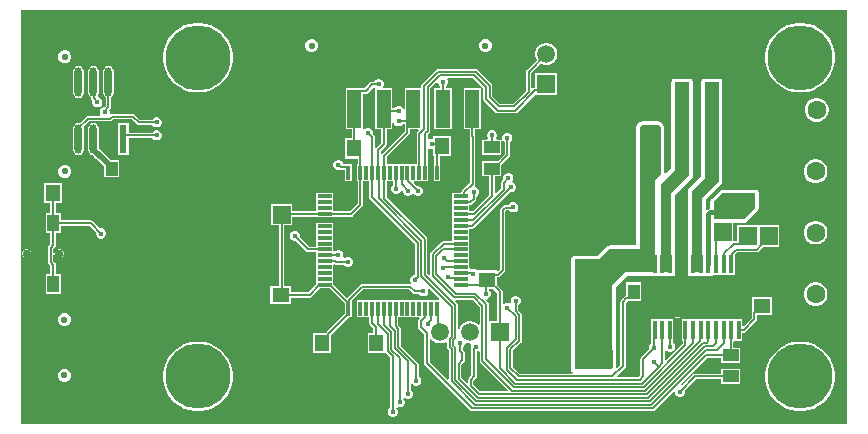
<source format=gbr>
%TF.GenerationSoftware,Altium Limited,Altium Designer,24.2.2 (26)*%
G04 Layer_Physical_Order=2*
G04 Layer_Color=16711680*
%FSLAX45Y45*%
%MOMM*%
%TF.SameCoordinates,E0A11F65-F641-4799-B4C3-4BD4810D80D2*%
%TF.FilePolarity,Positive*%
%TF.FileFunction,Copper,L2,Bot,Signal*%
%TF.Part,Single*%
G01*
G75*
%TA.AperFunction,SMDPad,CuDef*%
%ADD12R,1.35000X1.00000*%
%ADD13R,1.45620X1.30464*%
%ADD17R,3.20000X1.60000*%
%ADD18R,1.20000X3.20000*%
%ADD19R,2.20000X5.60000*%
%ADD25R,1.25000X1.00000*%
%ADD26R,1.20000X1.45000*%
%ADD27R,1.00000X1.25000*%
%TA.AperFunction,ConnectorPad*%
%ADD31R,2.20000X5.60000*%
%ADD32R,1.20000X3.20000*%
%TA.AperFunction,SMDPad,CuDef*%
%ADD34R,1.30464X1.45620*%
%TA.AperFunction,Conductor*%
%ADD36C,0.20000*%
%ADD37C,0.50000*%
%ADD38C,0.38100*%
%TA.AperFunction,ComponentPad*%
%ADD39R,1.50000X1.50000*%
%ADD40C,1.50000*%
%ADD41C,0.55000*%
%ADD42R,1.50000X1.50000*%
%ADD43C,0.75000*%
%ADD44R,1.60000X1.60000*%
%ADD45C,1.60000*%
%TA.AperFunction,ViaPad*%
%ADD46C,0.45000*%
%ADD47C,0.60000*%
%ADD48C,0.50000*%
%ADD49C,5.50000*%
%TA.AperFunction,SMDPad,CuDef*%
%ADD50R,1.05822X1.30606*%
%TA.AperFunction,ConnectorPad*%
%ADD51R,1.00000X1.45000*%
%TA.AperFunction,SMDPad,SMDef*%
%ADD52R,7.80000X3.40000*%
%TA.AperFunction,SMDPad,CuDef*%
%ADD53R,0.30000X1.60000*%
%TA.AperFunction,ConnectorPad*%
%ADD54R,3.20000X1.60000*%
%TA.AperFunction,SMDPad,CuDef*%
%ADD55R,0.62213X2.46916*%
G04:AMPARAMS|DCode=56|XSize=2.46916mm|YSize=0.62213mm|CornerRadius=0.31107mm|HoleSize=0mm|Usage=FLASHONLY|Rotation=90.000|XOffset=0mm|YOffset=0mm|HoleType=Round|Shape=RoundedRectangle|*
%AMROUNDEDRECTD56*
21,1,2.46916,0.00000,0,0,90.0*
21,1,1.84702,0.62213,0,0,90.0*
1,1,0.62213,0.00000,0.92351*
1,1,0.62213,0.00000,-0.92351*
1,1,0.62213,0.00000,-0.92351*
1,1,0.62213,0.00000,0.92351*
%
%ADD56ROUNDEDRECTD56*%
%ADD57R,1.55000X1.50000*%
%ADD58R,0.30000X1.20000*%
%ADD59R,1.20000X0.30000*%
%ADD60R,1.50464X1.55620*%
G36*
X9550000Y9200000D02*
X2550000D01*
Y12700000D01*
X9550000D01*
Y9200000D01*
D02*
G37*
%LPC*%
G36*
X6495940Y12455000D02*
X6474060D01*
X6453845Y12446627D01*
X6438373Y12431155D01*
X6430000Y12410940D01*
Y12389060D01*
X6438373Y12368845D01*
X6453845Y12353374D01*
X6474060Y12345000D01*
X6495940D01*
X6516155Y12353374D01*
X6531627Y12368845D01*
X6540000Y12389060D01*
Y12410940D01*
X6531627Y12431155D01*
X6516155Y12446627D01*
X6495940Y12455000D01*
D02*
G37*
G36*
X5025940D02*
X5004060D01*
X4983845Y12446627D01*
X4968373Y12431155D01*
X4960000Y12410940D01*
Y12389060D01*
X4968373Y12368845D01*
X4983845Y12353374D01*
X5004060Y12345000D01*
X5025940D01*
X5046155Y12353374D01*
X5061626Y12368845D01*
X5070000Y12389060D01*
Y12410940D01*
X5061626Y12431155D01*
X5046155Y12446627D01*
X5025940Y12455000D01*
D02*
G37*
G36*
X2935940Y12360000D02*
X2914060D01*
X2893845Y12351627D01*
X2878373Y12336155D01*
X2870000Y12315940D01*
Y12294060D01*
X2878373Y12273845D01*
X2893845Y12258374D01*
X2914060Y12250000D01*
X2935940D01*
X2956155Y12258374D01*
X2971627Y12273845D01*
X2980000Y12294060D01*
Y12315940D01*
X2971627Y12336155D01*
X2956155Y12351627D01*
X2935940Y12360000D01*
D02*
G37*
G36*
X7012506Y12425000D02*
X6987493D01*
X6963331Y12418526D01*
X6941668Y12406019D01*
X6923981Y12388331D01*
X6911474Y12366668D01*
X6905000Y12342507D01*
Y12317493D01*
X6911474Y12293332D01*
X6918475Y12281206D01*
X6835088Y12197819D01*
X6830070Y12190311D01*
X6828309Y12181453D01*
Y12018615D01*
X6718195Y11908500D01*
X6606657D01*
X6543145Y11972013D01*
Y12062426D01*
X6541383Y12071283D01*
X6536366Y12078792D01*
X6418792Y12196366D01*
X6411284Y12201383D01*
X6402426Y12203145D01*
X6084595D01*
X6075738Y12201383D01*
X6068230Y12196366D01*
X5948634Y12076770D01*
X5943617Y12069262D01*
X5941855Y12060405D01*
Y12037700D01*
X5802300D01*
Y11866539D01*
X5789600Y11864013D01*
X5786418Y11871694D01*
X5774463Y11883649D01*
X5758842Y11890119D01*
X5741935D01*
X5726315Y11883649D01*
X5714359Y11871694D01*
X5713974Y11870764D01*
X5697700D01*
Y12037700D01*
X5621497D01*
X5616682Y12050400D01*
X5622500Y12064447D01*
Y12081354D01*
X5616030Y12096975D01*
X5604074Y12108930D01*
X5588454Y12115400D01*
X5571546D01*
X5555926Y12108930D01*
X5543970Y12096975D01*
X5543350Y12095477D01*
X5527500D01*
X5518643Y12093716D01*
X5511134Y12088698D01*
X5460581Y12038145D01*
X5425000D01*
X5422763Y12037700D01*
X5302300D01*
Y11692300D01*
X5351855D01*
Y11615510D01*
X5292647D01*
Y11444490D01*
X5401855D01*
Y11397700D01*
X5397300D01*
Y11252300D01*
X5401855D01*
Y11064587D01*
X5335413Y10998145D01*
X5197700D01*
Y11047300D01*
Y11152700D01*
X5052300D01*
Y11097300D01*
Y10998145D01*
X4850200D01*
Y11057700D01*
X4669800D01*
Y10882300D01*
X4736855D01*
Y10368510D01*
X4664490D01*
Y10212646D01*
X4835510D01*
Y10267433D01*
X4995578D01*
X5004435Y10269195D01*
X5011944Y10274212D01*
X5085031Y10347300D01*
X5164969D01*
X5297300Y10214969D01*
Y10135031D01*
X5139444Y9977175D01*
X5134427Y9969667D01*
X5133600Y9965510D01*
X5022647D01*
Y9794490D01*
X5178510D01*
Y9932996D01*
X5178955Y9935232D01*
Y9951223D01*
X5330032Y10102300D01*
X5352700D01*
Y10200264D01*
X5353145Y10202500D01*
Y10237840D01*
X5452161Y10336855D01*
X5840413D01*
X5873634Y10303634D01*
X5881143Y10298617D01*
X5890000Y10296855D01*
X5923585D01*
X5923970Y10295926D01*
X5935926Y10283970D01*
X5951546Y10277500D01*
X5968454D01*
X5984074Y10283970D01*
X5996030Y10295926D01*
X6002500Y10311546D01*
Y10328454D01*
X5998308Y10338574D01*
X6009074Y10345768D01*
X6094442Y10260400D01*
X6089182Y10247700D01*
X5397300D01*
Y10102300D01*
X5501855D01*
Y10053750D01*
X5503617Y10044893D01*
X5508634Y10037384D01*
X5536855Y10009163D01*
Y9965200D01*
X5487300D01*
Y9794800D01*
X5632699D01*
X5632700Y9794800D01*
Y9794800D01*
X5645338Y9794651D01*
X5676855Y9763134D01*
Y9336415D01*
X5675926Y9336030D01*
X5663970Y9324074D01*
X5657500Y9308454D01*
Y9291546D01*
X5663970Y9275926D01*
X5675926Y9263970D01*
X5691546Y9257500D01*
X5708454D01*
X5724074Y9263970D01*
X5736030Y9275926D01*
X5742500Y9291546D01*
Y9308454D01*
X5736030Y9324074D01*
X5731570Y9328534D01*
X5732212Y9331762D01*
X5746701Y9339507D01*
X5751546Y9337500D01*
X5768454D01*
X5784074Y9343970D01*
X5796030Y9355926D01*
X5802500Y9371546D01*
Y9388453D01*
X5796030Y9404074D01*
X5790446Y9409658D01*
X5790294Y9410205D01*
X5790624Y9411311D01*
X5804958Y9414938D01*
X5805926Y9413970D01*
X5821546Y9407500D01*
X5838454D01*
X5854074Y9413970D01*
X5866030Y9425926D01*
X5872500Y9441546D01*
Y9458454D01*
X5866030Y9474074D01*
X5854074Y9486030D01*
X5853145Y9486415D01*
Y9535108D01*
X5856978Y9537150D01*
X5865845Y9539001D01*
X5875926Y9528920D01*
X5891546Y9522450D01*
X5908454D01*
X5924074Y9528920D01*
X5936030Y9540876D01*
X5942500Y9556496D01*
Y9573404D01*
X5936030Y9589024D01*
X5924074Y9600980D01*
X5923145Y9601365D01*
Y9700000D01*
X5921383Y9708857D01*
X5916366Y9716366D01*
X5771445Y9861287D01*
Y10000155D01*
X5769683Y10009012D01*
X5764666Y10016520D01*
X5748145Y10033041D01*
Y10102300D01*
X5923217D01*
X5928077Y10090567D01*
X5920943Y10083432D01*
X5915926Y10075924D01*
X5914164Y10067067D01*
Y10019101D01*
X5915926Y10010244D01*
X5920943Y10002735D01*
X5965510Y9958168D01*
Y9711346D01*
X5967272Y9702488D01*
X5972289Y9694980D01*
X6353634Y9313634D01*
X6361143Y9308617D01*
X6370000Y9306855D01*
X7902573D01*
X7911430Y9308617D01*
X7918939Y9313634D01*
X8074800Y9469495D01*
X8087500Y9464235D01*
Y9461546D01*
X8093970Y9445926D01*
X8105926Y9433970D01*
X8121546Y9427500D01*
X8138454D01*
X8154074Y9433970D01*
X8166030Y9445926D01*
X8172500Y9461546D01*
Y9478454D01*
X8172115Y9479383D01*
X8269587Y9576855D01*
X8479800D01*
Y9537300D01*
X8640200D01*
Y9662700D01*
X8479800D01*
Y9623145D01*
X8260000D01*
X8251143Y9621383D01*
X8243634Y9616366D01*
X8146658Y9519390D01*
X8143319Y9520054D01*
X8139139Y9533834D01*
X8362160Y9756855D01*
X8479800D01*
Y9717300D01*
X8640200D01*
Y9842700D01*
X8583145D01*
Y9893320D01*
X8592125Y9902300D01*
X8604800D01*
X8607900Y9902300D01*
X8660200D01*
Y9966855D01*
X8670000D01*
X8678857Y9968617D01*
X8686366Y9973634D01*
X8778556Y10065824D01*
X8783573Y10073333D01*
X8785334Y10082190D01*
Y10116490D01*
X8910510D01*
Y10272354D01*
X8739490D01*
Y10141427D01*
X8739045Y10139190D01*
Y10091777D01*
X8672900Y10025632D01*
X8660200Y10030892D01*
Y10087700D01*
X8607900D01*
X8604800Y10087700D01*
X8595200D01*
X8592100Y10087700D01*
X8542900D01*
X8539801Y10087700D01*
Y10087700D01*
X8530199D01*
Y10087700D01*
X8474800D01*
Y10087700D01*
X8465199D01*
Y10087700D01*
X8409801D01*
Y10087700D01*
X8400199D01*
Y10087700D01*
X8344800D01*
Y10087700D01*
X8335199D01*
Y10087700D01*
X8282900D01*
X8279801Y10087700D01*
Y10087700D01*
X8270199D01*
Y10087700D01*
X8214800D01*
Y10087700D01*
X8205199D01*
Y10087700D01*
X8149800D01*
Y9902300D01*
X8154355D01*
Y9871939D01*
X8017378Y9734962D01*
X8005645Y9739822D01*
Y9816291D01*
X8018345Y9821552D01*
X8025926Y9813970D01*
X8041546Y9807500D01*
X8058454D01*
X8074074Y9813970D01*
X8086030Y9825926D01*
X8092500Y9841546D01*
Y9858454D01*
X8086030Y9874074D01*
X8074074Y9886030D01*
X8071895Y9886932D01*
Y9902300D01*
X8075200D01*
Y10087700D01*
X8022900D01*
X8019800Y10087700D01*
X8010200D01*
X8007100Y10087700D01*
X7954800D01*
Y10087700D01*
X7945200D01*
Y10087700D01*
X7889800D01*
Y9902300D01*
X7890605D01*
Y9877968D01*
X7885926Y9876030D01*
X7873970Y9864074D01*
X7867500Y9848454D01*
Y9831546D01*
X7867885Y9830617D01*
X7803634Y9766366D01*
X7798617Y9758857D01*
X7796855Y9750000D01*
Y9609587D01*
X7780413Y9593144D01*
X7602469D01*
X7597609Y9604877D01*
X7666366Y9673634D01*
X7671383Y9681143D01*
X7673145Y9690000D01*
Y10223445D01*
X7688860Y10239161D01*
X7697089D01*
X7699326Y10239606D01*
X7805611D01*
Y10395611D01*
X7674389D01*
Y10284479D01*
X7670416Y10283688D01*
X7662908Y10278671D01*
X7633634Y10249398D01*
X7628617Y10241889D01*
X7626855Y10233032D01*
Y9699587D01*
X7602321Y9675053D01*
X7590588Y9679913D01*
Y10357330D01*
X7682670Y10449412D01*
X7920000D01*
X7920944Y10449600D01*
X7969056D01*
X7970000Y10449412D01*
X8060000D01*
X8060943Y10449600D01*
X8087900D01*
Y10467757D01*
X8088259Y10468295D01*
X8090588Y10480000D01*
Y11137330D01*
X8231629Y11278371D01*
X8238259Y11288295D01*
X8240588Y11300000D01*
X8240588Y11300002D01*
Y12090000D01*
X8238259Y12101705D01*
X8235400Y12105985D01*
Y12115400D01*
X8225985D01*
X8221705Y12118259D01*
X8210000Y12120588D01*
X8090000D01*
X8078295Y12118259D01*
X8074015Y12115400D01*
X8064600D01*
Y12105985D01*
X8061741Y12101705D01*
X8059412Y12090000D01*
Y11362670D01*
X8013288Y11316545D01*
X8000588Y11321806D01*
X8000588Y11470000D01*
Y11710000D01*
X7998259Y11721705D01*
X7991629Y11731629D01*
X7971629Y11751629D01*
X7961705Y11758259D01*
X7950000Y11760588D01*
X7949999Y11760588D01*
X7810000D01*
X7798295Y11758259D01*
X7788371Y11751629D01*
X7768371Y11731629D01*
X7761741Y11721705D01*
X7759412Y11710000D01*
X7759412Y11709999D01*
Y10710588D01*
X7540001D01*
X7540000Y10710588D01*
X7528295Y10708259D01*
X7518371Y10701629D01*
X7518371Y10701628D01*
X7437330Y10620588D01*
X7240000D01*
X7228295Y10618259D01*
X7218371Y10611629D01*
X7211741Y10601705D01*
X7209412Y10590000D01*
Y9660000D01*
X7211741Y9648295D01*
X7218371Y9638371D01*
X7222152Y9635845D01*
X7218300Y9623145D01*
X6777160D01*
X6720216Y9680089D01*
Y9819911D01*
X6786366Y9886061D01*
X6791383Y9893569D01*
X6793145Y9902426D01*
Y10122426D01*
X6791383Y10131284D01*
X6786366Y10138792D01*
X6763145Y10162013D01*
Y10203585D01*
X6764074Y10203970D01*
X6776030Y10215926D01*
X6782500Y10231546D01*
Y10248454D01*
X6776030Y10264074D01*
X6764074Y10276030D01*
X6748454Y10282500D01*
X6731546D01*
X6715926Y10276030D01*
X6703970Y10264074D01*
X6697500Y10248454D01*
Y10231546D01*
X6699161Y10227536D01*
X6689375Y10217976D01*
X6678454Y10222500D01*
X6661546D01*
X6645926Y10216030D01*
X6643845Y10213948D01*
X6631145Y10219209D01*
Y10319000D01*
X6629383Y10327857D01*
X6624366Y10335365D01*
X6585509Y10374222D01*
Y10437949D01*
X6591094D01*
X6599951Y10439711D01*
X6607459Y10444728D01*
X6646366Y10483634D01*
X6651383Y10491143D01*
X6653145Y10500000D01*
Y11000413D01*
X6659587Y11006855D01*
X6684924D01*
X6696867Y10994912D01*
X6712488Y10988442D01*
X6729395D01*
X6745015Y10994912D01*
X6756971Y11006867D01*
X6763441Y11022488D01*
Y11039395D01*
X6756971Y11055015D01*
X6745015Y11066971D01*
X6729395Y11073441D01*
X6712488D01*
X6696867Y11066971D01*
X6684912Y11055015D01*
X6684137Y11053145D01*
X6650000D01*
X6641143Y11051383D01*
X6633634Y11046366D01*
X6613634Y11026366D01*
X6608617Y11018857D01*
X6606855Y11010000D01*
Y10509587D01*
X6591953Y10494685D01*
X6585509Y10497354D01*
Y10497354D01*
X6414490D01*
X6414490Y10497354D01*
Y10497354D01*
X6405026Y10504367D01*
X6403363Y10506030D01*
X6387743Y10512500D01*
X6370836D01*
X6360400Y10508177D01*
X6347700Y10515108D01*
Y10647300D01*
Y10747300D01*
Y10851855D01*
X6375000D01*
X6383857Y10853617D01*
X6391366Y10858634D01*
X6690617Y11157885D01*
X6691546Y11157500D01*
X6708454D01*
X6724074Y11163970D01*
X6736030Y11175926D01*
X6742500Y11191546D01*
Y11208454D01*
X6736030Y11224074D01*
X6724074Y11236030D01*
X6717017Y11238953D01*
X6714037Y11253934D01*
X6716030Y11255926D01*
X6722500Y11271546D01*
Y11288454D01*
X6716030Y11304074D01*
X6704074Y11316030D01*
X6688454Y11322500D01*
X6671546D01*
X6655926Y11316030D01*
X6643970Y11304074D01*
X6637500Y11288454D01*
Y11271546D01*
X6637885Y11270617D01*
X6623634Y11256366D01*
X6618617Y11248857D01*
X6616855Y11240000D01*
Y11192013D01*
X6574878Y11150036D01*
X6563145Y11154896D01*
Y11297300D01*
X6620200D01*
Y11389969D01*
X6686366Y11456134D01*
X6691383Y11463643D01*
X6693145Y11472500D01*
Y11583585D01*
X6694074Y11583970D01*
X6706030Y11595926D01*
X6712500Y11611546D01*
Y11628454D01*
X6706030Y11644074D01*
X6694074Y11656030D01*
X6678454Y11662500D01*
X6661546D01*
X6645926Y11656030D01*
X6633970Y11644074D01*
X6627500Y11628454D01*
Y11612376D01*
X6625733Y11610034D01*
X6625648Y11609922D01*
X6617418Y11602700D01*
X6610282Y11602700D01*
X6580764D01*
X6575503Y11615400D01*
X6576030Y11615926D01*
X6582500Y11631546D01*
Y11648454D01*
X6576030Y11664074D01*
X6564074Y11676030D01*
X6548454Y11682500D01*
X6531546D01*
X6515926Y11676030D01*
X6503970Y11664074D01*
X6497500Y11648454D01*
Y11631546D01*
X6503970Y11615926D01*
X6504497Y11615400D01*
X6499236Y11602700D01*
X6459800D01*
Y11477300D01*
X6620200D01*
Y11591152D01*
X6620200Y11591253D01*
X6620200Y11591253D01*
X6620200Y11595984D01*
X6631606Y11598253D01*
X6639946Y11589950D01*
X6645926Y11583970D01*
X6646855Y11583585D01*
Y11482087D01*
X6587468Y11422700D01*
X6459800D01*
Y11297300D01*
X6516855D01*
Y11134439D01*
X6380561Y10998145D01*
X6347700D01*
Y11051855D01*
X6353713D01*
X6362570Y11053617D01*
X6370079Y11058634D01*
X6400741Y11089297D01*
X6405759Y11096805D01*
X6407520Y11105662D01*
Y11122000D01*
X6413233Y11124366D01*
X6425189Y11136321D01*
X6431659Y11151942D01*
Y11168849D01*
X6425189Y11184470D01*
X6413233Y11196425D01*
X6399632Y11202059D01*
X6397209Y11205472D01*
X6396326Y11207685D01*
X6394201Y11215595D01*
X6397193Y11220072D01*
X6398955Y11228930D01*
Y11635236D01*
X6398145Y11639309D01*
Y11692300D01*
X6447700D01*
Y12037700D01*
X6302300D01*
Y11692300D01*
X6351855D01*
Y11636046D01*
X6352665Y11631974D01*
Y11238516D01*
X6288799Y11174650D01*
X6283781Y11167141D01*
X6282020Y11158284D01*
Y11152700D01*
X6202300D01*
Y11047300D01*
Y10947300D01*
Y10847300D01*
Y10748145D01*
X6130691D01*
X6121834Y10746383D01*
X6114325Y10741366D01*
X6022834Y10649875D01*
X6017817Y10642366D01*
X6016055Y10633509D01*
Y10464637D01*
X6003355Y10459376D01*
X5993145Y10469587D01*
Y10760000D01*
X5991383Y10768857D01*
X5986366Y10776366D01*
X5648145Y11114586D01*
Y11252300D01*
X5704355D01*
Y11224459D01*
X5693970Y11214074D01*
X5687500Y11198454D01*
Y11181546D01*
X5693970Y11165926D01*
X5705926Y11153970D01*
X5721546Y11147500D01*
X5738454D01*
X5754074Y11153970D01*
X5766030Y11165926D01*
X5768648Y11172248D01*
X5783397Y11176672D01*
X5788442Y11172904D01*
Y11162488D01*
X5794912Y11146867D01*
X5806867Y11134912D01*
X5822488Y11128442D01*
X5839395D01*
X5855015Y11134912D01*
X5861925Y11141821D01*
X5871099Y11144947D01*
X5878297Y11141600D01*
X5885926Y11133970D01*
X5901546Y11127500D01*
X5918454D01*
X5934074Y11133970D01*
X5946030Y11145926D01*
X5952500Y11161546D01*
Y11178454D01*
X5946030Y11194074D01*
X5934074Y11206030D01*
X5918454Y11212500D01*
X5903998D01*
X5876897Y11239600D01*
X5882158Y11252300D01*
X6002700D01*
Y11397700D01*
X5995245D01*
Y11528058D01*
X6007945Y11533134D01*
X6021546Y11527500D01*
X6038453D01*
X6041490Y11525471D01*
Y11464490D01*
X6051855D01*
Y11397700D01*
X6047300D01*
Y11252300D01*
X6102700D01*
Y11397700D01*
X6098145D01*
Y11464490D01*
X6197354D01*
Y11635510D01*
X6041490D01*
Y11614529D01*
X6038453Y11612500D01*
X6021546D01*
X6007945Y11606866D01*
X5995245Y11611942D01*
Y11647661D01*
X6011366Y11663782D01*
X6016383Y11671290D01*
X6018145Y11680148D01*
Y12038392D01*
X6069390Y12089637D01*
X6082090Y12084376D01*
Y12083646D01*
X6088560Y12068026D01*
X6100516Y12056070D01*
X6101445Y12055685D01*
Y12037700D01*
X6052300D01*
Y11692300D01*
X6197700D01*
Y12037700D01*
X6147734D01*
Y12055685D01*
X6148664Y12056070D01*
X6160619Y12068026D01*
X6167090Y12083646D01*
Y12100554D01*
X6161456Y12114155D01*
X6166532Y12126855D01*
X6380413D01*
X6466855Y12040414D01*
Y11950000D01*
X6468617Y11941143D01*
X6473634Y11933635D01*
X6573634Y11833634D01*
X6581143Y11828617D01*
X6590000Y11826855D01*
X6734852D01*
X6743709Y11828617D01*
X6751218Y11833634D01*
X6893952Y11976368D01*
X6905000Y11981000D01*
Y11981000D01*
X6905000Y11981000D01*
X7094999D01*
Y12171000D01*
X6905000D01*
Y12044667D01*
X6897859Y12043247D01*
X6890350Y12038229D01*
X6886331Y12034211D01*
X6874598Y12039071D01*
Y12171867D01*
X6951206Y12248475D01*
X6963331Y12241474D01*
X6987493Y12235000D01*
X7012506D01*
X7036668Y12241474D01*
X7058331Y12253981D01*
X7076018Y12271669D01*
X7088525Y12293332D01*
X7094999Y12317493D01*
Y12342507D01*
X7088525Y12366668D01*
X7076018Y12388331D01*
X7058331Y12406019D01*
X7036668Y12418526D01*
X7012506Y12425000D01*
D02*
G37*
G36*
X4073217Y12595000D02*
X4026783D01*
X3980921Y12587736D01*
X3936759Y12573387D01*
X3895386Y12552307D01*
X3857821Y12525013D01*
X3824987Y12492179D01*
X3797693Y12454614D01*
X3776613Y12413241D01*
X3762264Y12369079D01*
X3755000Y12323217D01*
Y12276783D01*
X3762264Y12230921D01*
X3776613Y12186759D01*
X3797693Y12145386D01*
X3824987Y12107821D01*
X3857821Y12074987D01*
X3895386Y12047693D01*
X3936759Y12026613D01*
X3980921Y12012264D01*
X4026783Y12005000D01*
X4073217D01*
X4119079Y12012264D01*
X4163241Y12026613D01*
X4204614Y12047693D01*
X4242179Y12074987D01*
X4275013Y12107821D01*
X4302307Y12145386D01*
X4323387Y12186759D01*
X4337736Y12230921D01*
X4345000Y12276783D01*
Y12323217D01*
X4337736Y12369079D01*
X4323387Y12413241D01*
X4302307Y12454614D01*
X4275013Y12492179D01*
X4242179Y12525013D01*
X4204614Y12552307D01*
X4163241Y12573387D01*
X4119079Y12587736D01*
X4073217Y12595000D01*
D02*
G37*
G36*
X9173217Y12595000D02*
X9126783D01*
X9080921Y12587736D01*
X9036759Y12573387D01*
X8995386Y12552306D01*
X8957821Y12525013D01*
X8924987Y12492179D01*
X8897693Y12454613D01*
X8876613Y12413240D01*
X8862264Y12369079D01*
X8855000Y12323217D01*
Y12276783D01*
X8862264Y12230920D01*
X8876613Y12186759D01*
X8897693Y12145386D01*
X8924987Y12107820D01*
X8957821Y12074987D01*
X8995386Y12047693D01*
X9036759Y12026613D01*
X9080921Y12012264D01*
X9126783Y12005000D01*
X9173217D01*
X9219079Y12012264D01*
X9263241Y12026613D01*
X9304614Y12047693D01*
X9342179Y12074987D01*
X9375013Y12107820D01*
X9402307Y12145386D01*
X9423387Y12186759D01*
X9437736Y12230920D01*
X9445000Y12276783D01*
Y12323217D01*
X9437736Y12369079D01*
X9423387Y12413240D01*
X9402307Y12454613D01*
X9375013Y12492179D01*
X9342179Y12525013D01*
X9304614Y12552306D01*
X9263241Y12573387D01*
X9219079Y12587736D01*
X9173217Y12595000D01*
D02*
G37*
G36*
X3039500Y12228376D02*
X3022407Y12224976D01*
X3007917Y12215294D01*
X2998235Y12200803D01*
X2994835Y12183711D01*
Y11999009D01*
X2998235Y11981916D01*
X3007917Y11967426D01*
X3022407Y11957744D01*
X3039500Y11954344D01*
X3056592Y11957744D01*
X3071083Y11967426D01*
X3080765Y11981916D01*
X3084165Y11999009D01*
Y12183711D01*
X3080765Y12200803D01*
X3071083Y12215294D01*
X3056592Y12224976D01*
X3039500Y12228376D01*
D02*
G37*
G36*
X3166500D02*
X3149407Y12224976D01*
X3134917Y12215294D01*
X3125235Y12200803D01*
X3121835Y12183711D01*
Y11999009D01*
X3125235Y11981916D01*
X3134917Y11967426D01*
X3143810Y11961484D01*
Y11953045D01*
X3145572Y11944188D01*
X3150589Y11936680D01*
X3157885Y11929383D01*
X3157500Y11928454D01*
Y11911546D01*
X3163970Y11895926D01*
X3175926Y11883970D01*
X3191546Y11877500D01*
X3208454D01*
X3224074Y11883970D01*
X3236030Y11895926D01*
X3242500Y11911546D01*
Y11928454D01*
X3236030Y11944074D01*
X3224074Y11956030D01*
X3209716Y11961977D01*
X3207899Y11963862D01*
X3203277Y11975200D01*
X3207765Y11981916D01*
X3211165Y11999009D01*
Y12183711D01*
X3207765Y12200803D01*
X3198083Y12215294D01*
X3183592Y12224976D01*
X3166500Y12228376D01*
D02*
G37*
G36*
X9303165Y11957000D02*
X9276835D01*
X9251402Y11950185D01*
X9228599Y11937020D01*
X9209980Y11918401D01*
X9196815Y11895598D01*
X9190000Y11870165D01*
Y11843835D01*
X9196815Y11818402D01*
X9209980Y11795599D01*
X9228599Y11776980D01*
X9251402Y11763815D01*
X9276835Y11757000D01*
X9303165D01*
X9328598Y11763815D01*
X9351401Y11776980D01*
X9370020Y11795599D01*
X9383185Y11818402D01*
X9390000Y11843835D01*
Y11870165D01*
X9383185Y11895598D01*
X9370020Y11918401D01*
X9351401Y11937020D01*
X9328598Y11950185D01*
X9303165Y11957000D01*
D02*
G37*
G36*
X3293500Y12228376D02*
X3276407Y12224976D01*
X3261917Y12215294D01*
X3252235Y12200803D01*
X3248835Y12183711D01*
Y11999009D01*
X3252235Y11981916D01*
X3261917Y11967426D01*
X3270355Y11961788D01*
Y11889852D01*
X3263003Y11882500D01*
X3251546D01*
X3235926Y11876030D01*
X3223970Y11864074D01*
X3217500Y11848454D01*
Y11831546D01*
X3223134Y11817945D01*
X3218058Y11805245D01*
X3120608D01*
X3111751Y11803483D01*
X3104243Y11798466D01*
X3049453Y11743676D01*
X3039500Y11745656D01*
X3022407Y11742256D01*
X3007917Y11732574D01*
X2998235Y11718083D01*
X2994835Y11700991D01*
Y11516289D01*
X2998235Y11499196D01*
X3007917Y11484706D01*
X3022407Y11475024D01*
X3039500Y11471624D01*
X3056592Y11475024D01*
X3071083Y11484706D01*
X3080765Y11499196D01*
X3084165Y11516289D01*
Y11700991D01*
X3082185Y11710945D01*
X3130195Y11758955D01*
X3307066D01*
X3315923Y11760717D01*
X3323432Y11765734D01*
X3334553Y11776855D01*
X3490413D01*
X3533634Y11733634D01*
X3541143Y11728617D01*
X3550000Y11726855D01*
X3663585D01*
X3663970Y11725926D01*
X3675926Y11713970D01*
X3691546Y11707500D01*
X3708454D01*
X3724074Y11713970D01*
X3736030Y11725926D01*
X3742500Y11741546D01*
Y11758454D01*
X3736030Y11774074D01*
X3724074Y11786030D01*
X3708454Y11792500D01*
X3691546D01*
X3675926Y11786030D01*
X3663970Y11774074D01*
X3663585Y11773145D01*
X3559587D01*
X3516366Y11816366D01*
X3508857Y11821383D01*
X3500000Y11823145D01*
X3324966D01*
X3316109Y11821383D01*
X3310478Y11817621D01*
X3304868Y11820329D01*
X3299996Y11825502D01*
X3302500Y11831546D01*
Y11848454D01*
X3300133Y11854167D01*
X3309866Y11863899D01*
X3314883Y11871408D01*
X3316645Y11880265D01*
Y11961788D01*
X3325083Y11967426D01*
X3334765Y11981916D01*
X3338165Y11999009D01*
Y12183711D01*
X3334765Y12200803D01*
X3325083Y12215294D01*
X3310592Y12224976D01*
X3293500Y12228376D01*
D02*
G37*
G36*
X3464307Y11744798D02*
X3376693D01*
Y11472482D01*
X3464307D01*
Y11616855D01*
X3663585D01*
X3663970Y11615926D01*
X3675926Y11603970D01*
X3691546Y11597500D01*
X3708454D01*
X3724074Y11603970D01*
X3736030Y11615926D01*
X3742500Y11631546D01*
Y11648454D01*
X3736030Y11664074D01*
X3724074Y11676030D01*
X3708454Y11682500D01*
X3691546D01*
X3675926Y11676030D01*
X3663970Y11664074D01*
X3663585Y11663145D01*
X3464307D01*
Y11744798D01*
D02*
G37*
G36*
X3166500Y11745656D02*
X3149407Y11742256D01*
X3134917Y11732574D01*
X3125235Y11718083D01*
X3121835Y11700991D01*
Y11516289D01*
X3125235Y11499196D01*
X3134917Y11484706D01*
X3149407Y11475024D01*
X3158522Y11473211D01*
X3172671Y11459061D01*
X3173970Y11455926D01*
X3185926Y11443970D01*
X3199995Y11438143D01*
X3257298Y11380839D01*
Y11284800D01*
X3382698D01*
Y11435200D01*
X3311658D01*
X3248324Y11498534D01*
X3246030Y11504074D01*
X3234074Y11516030D01*
X3223556Y11520386D01*
X3219873Y11522847D01*
X3217044Y11523410D01*
X3211165Y11529289D01*
Y11700991D01*
X3207765Y11718083D01*
X3198083Y11732574D01*
X3183592Y11742256D01*
X3166500Y11745656D01*
D02*
G37*
G36*
X2935940Y11390000D02*
X2914060D01*
X2893845Y11381626D01*
X2878373Y11366155D01*
X2870000Y11345940D01*
Y11324060D01*
X2878373Y11303845D01*
X2893845Y11288373D01*
X2914060Y11280000D01*
X2935940D01*
X2956155Y11288373D01*
X2971627Y11303845D01*
X2980000Y11324060D01*
Y11345940D01*
X2971627Y11366155D01*
X2956155Y11381626D01*
X2935940Y11390000D01*
D02*
G37*
G36*
X5248454Y11432500D02*
X5231546D01*
X5215926Y11426030D01*
X5203970Y11414074D01*
X5197500Y11398454D01*
Y11381546D01*
X5203970Y11365926D01*
X5215926Y11353970D01*
X5231546Y11347500D01*
X5248454D01*
X5259875Y11352231D01*
X5261765Y11351855D01*
X5297300D01*
Y11252300D01*
X5352700D01*
Y11397700D01*
X5322238D01*
X5320000Y11398145D01*
X5282500D01*
Y11398454D01*
X5276030Y11414074D01*
X5264074Y11426030D01*
X5248454Y11432500D01*
D02*
G37*
G36*
X9293165Y11437000D02*
X9266834D01*
X9241401Y11430185D01*
X9218599Y11417020D01*
X9199980Y11398401D01*
X9186815Y11375598D01*
X9180000Y11350165D01*
Y11323835D01*
X9186815Y11298402D01*
X9199980Y11275599D01*
X9218599Y11256980D01*
X9241401Y11243815D01*
X9266834Y11237000D01*
X9293165D01*
X9318598Y11243815D01*
X9341401Y11256980D01*
X9360019Y11275599D01*
X9373185Y11298402D01*
X9380000Y11323835D01*
Y11350165D01*
X9373185Y11375598D01*
X9360019Y11398401D01*
X9341401Y11417020D01*
X9318598Y11430185D01*
X9293165Y11437000D01*
D02*
G37*
G36*
X2901710Y11236110D02*
X2745846D01*
Y11065090D01*
X2801855D01*
Y10982700D01*
X2762300D01*
Y10812300D01*
X2801855D01*
Y10721186D01*
X2788234Y10707565D01*
X2783217Y10700057D01*
X2781455Y10691199D01*
Y10567798D01*
X2783217Y10558941D01*
X2788234Y10551433D01*
X2801855Y10537811D01*
Y10467700D01*
X2762300D01*
Y10297300D01*
X2887700D01*
Y10467700D01*
X2848145D01*
Y10547398D01*
X2846383Y10556255D01*
X2841366Y10563764D01*
X2827745Y10577385D01*
Y10631467D01*
X2840000Y10632541D01*
X2845709Y10618758D01*
X2856258Y10608209D01*
X2870041Y10602500D01*
X2884959D01*
X2898742Y10608209D01*
X2909291Y10618758D01*
X2915000Y10632541D01*
Y10647459D01*
X2909291Y10661242D01*
X2898742Y10671791D01*
X2884959Y10677500D01*
X2870041D01*
X2856258Y10671791D01*
X2845709Y10661242D01*
X2840000Y10647460D01*
X2827745Y10648533D01*
Y10681613D01*
X2841366Y10695234D01*
X2846383Y10702742D01*
X2848145Y10711599D01*
Y10812300D01*
X2887700D01*
Y10874355D01*
X3132913D01*
X3187885Y10819383D01*
X3187500Y10818454D01*
Y10801546D01*
X3193970Y10785926D01*
X3205926Y10773970D01*
X3221546Y10767500D01*
X3238454D01*
X3254074Y10773970D01*
X3266030Y10785926D01*
X3272500Y10801546D01*
Y10818454D01*
X3266030Y10834074D01*
X3254074Y10846030D01*
X3238454Y10852500D01*
X3221546D01*
X3220617Y10852115D01*
X3158865Y10913866D01*
X3151357Y10918883D01*
X3142500Y10920645D01*
X2887700D01*
Y10982700D01*
X2848145D01*
Y11065090D01*
X2901710D01*
Y11236110D01*
D02*
G37*
G36*
X9293165Y10917000D02*
X9266834D01*
X9241401Y10910185D01*
X9218599Y10897020D01*
X9199980Y10878401D01*
X9186815Y10855598D01*
X9180000Y10830165D01*
Y10803835D01*
X9186815Y10778402D01*
X9199980Y10755599D01*
X9218599Y10736980D01*
X9241401Y10723815D01*
X9266834Y10717000D01*
X9293165D01*
X9318598Y10723815D01*
X9341401Y10736980D01*
X9360019Y10755599D01*
X9373185Y10778402D01*
X9380000Y10803835D01*
Y10830165D01*
X9373185Y10855598D01*
X9360019Y10878401D01*
X9341401Y10897020D01*
X9318598Y10910185D01*
X9293165Y10917000D01*
D02*
G37*
G36*
X2609959Y10677500D02*
X2595041D01*
X2581258Y10671791D01*
X2570709Y10661242D01*
X2565000Y10647459D01*
Y10632541D01*
X2570709Y10618758D01*
X2581258Y10608209D01*
X2595041Y10602500D01*
X2609959D01*
X2623742Y10608209D01*
X2634291Y10618758D01*
X2640000Y10632541D01*
Y10647459D01*
X2634291Y10661242D01*
X2623742Y10671791D01*
X2609959Y10677500D01*
D02*
G37*
G36*
X8460000Y12120588D02*
X8340000D01*
X8328295Y12118259D01*
X8324015Y12115400D01*
X8314600D01*
Y12105985D01*
X8311741Y12101705D01*
X8309412Y12090000D01*
Y11292670D01*
X8208371Y11191629D01*
X8201741Y11181705D01*
X8199412Y11170000D01*
X8199412Y11169999D01*
Y10480000D01*
X8201741Y10468295D01*
X8202100Y10467757D01*
Y10449600D01*
X8229056D01*
X8230000Y10449412D01*
X8320000D01*
X8320944Y10449600D01*
X8412900D01*
Y10462300D01*
X8465199D01*
Y10462300D01*
X8474800D01*
Y10462300D01*
X8527100D01*
X8530199Y10462300D01*
Y10462300D01*
X8539801D01*
Y10462300D01*
X8595200D01*
Y10557764D01*
X8595645Y10560000D01*
Y10630340D01*
X8615756Y10650450D01*
X8783985D01*
X8792842Y10652212D01*
X8800351Y10657229D01*
X8836212Y10693091D01*
X8840488Y10699490D01*
X8973010D01*
Y10880510D01*
X8805554D01*
X8797147Y10880510D01*
Y10880511D01*
X8792853D01*
Y10880510D01*
X8616990D01*
Y10745335D01*
X8586153D01*
X8585200Y10746116D01*
Y10899412D01*
X8670000D01*
X8681705Y10901741D01*
X8691629Y10908371D01*
X8691629Y10908372D01*
X8785358Y11002100D01*
X8795402D01*
Y11014018D01*
X8798259Y11018295D01*
X8800588Y11030000D01*
X8800588Y11030001D01*
Y11150000D01*
X8798259Y11161705D01*
X8795402Y11165982D01*
Y11177900D01*
X8782243D01*
X8781705Y11178259D01*
X8770000Y11180588D01*
X8490001D01*
X8490000Y11180588D01*
X8478295Y11178259D01*
X8468371Y11171629D01*
X8468371Y11171628D01*
X8402142Y11105400D01*
X8392100D01*
Y11092243D01*
X8391741Y11091705D01*
X8389412Y11080000D01*
X8389412Y11079999D01*
Y11022243D01*
X8377596Y11019893D01*
X8367094Y11012875D01*
X8362321Y11008102D01*
X8350588Y11012962D01*
Y11097330D01*
X8481629Y11228371D01*
X8488259Y11238295D01*
X8490588Y11250000D01*
X8490588Y11250001D01*
Y12090000D01*
X8488259Y12101705D01*
X8485400Y12105985D01*
Y12115400D01*
X8475985D01*
X8471705Y12118259D01*
X8460000Y12120588D01*
D02*
G37*
G36*
X9293165Y10397000D02*
X9266835D01*
X9241402Y10390185D01*
X9218599Y10377020D01*
X9199980Y10358401D01*
X9186815Y10335598D01*
X9180000Y10310165D01*
Y10283835D01*
X9186815Y10258402D01*
X9199980Y10235599D01*
X9218599Y10216980D01*
X9241402Y10203815D01*
X9266835Y10197000D01*
X9293165D01*
X9318598Y10203815D01*
X9341401Y10216980D01*
X9360020Y10235599D01*
X9373185Y10258402D01*
X9380000Y10283835D01*
Y10310165D01*
X9373185Y10335598D01*
X9360020Y10358401D01*
X9341401Y10377020D01*
X9318598Y10390185D01*
X9293165Y10397000D01*
D02*
G37*
G36*
X7932608Y10185537D02*
X7923751Y10183775D01*
X7916242Y10178758D01*
X7911225Y10171249D01*
X7909463Y10162392D01*
X7911225Y10153535D01*
X7916242Y10146026D01*
X7933634Y10128634D01*
X7941143Y10123617D01*
X7950000Y10121855D01*
X7958857Y10123617D01*
X7966366Y10128634D01*
X7971383Y10136143D01*
X7973145Y10145000D01*
X7971383Y10153857D01*
X7966366Y10161366D01*
X7948974Y10178758D01*
X7941465Y10183775D01*
X7932608Y10185537D01*
D02*
G37*
G36*
X8082500Y10168145D02*
X8080000D01*
X8071143Y10166383D01*
X8063634Y10161366D01*
X8058617Y10153857D01*
X8056855Y10145000D01*
X8058617Y10136143D01*
X8063634Y10128634D01*
X8071143Y10123617D01*
X8071153Y10123615D01*
X8096134Y10098634D01*
X8103643Y10093617D01*
X8112500Y10091855D01*
X8121357Y10093617D01*
X8128866Y10098634D01*
X8133883Y10106143D01*
X8135644Y10115000D01*
X8133883Y10123857D01*
X8128866Y10131366D01*
X8098865Y10161366D01*
X8091357Y10166383D01*
X8082500Y10168145D01*
D02*
G37*
G36*
X2930940Y10135000D02*
X2909060D01*
X2888845Y10126627D01*
X2873373Y10111155D01*
X2865000Y10090940D01*
Y10069060D01*
X2873373Y10048845D01*
X2888845Y10033374D01*
X2909060Y10025000D01*
X2930940D01*
X2951155Y10033374D01*
X2966627Y10048845D01*
X2975000Y10069060D01*
Y10090940D01*
X2966627Y10111155D01*
X2951155Y10126627D01*
X2930940Y10135000D01*
D02*
G37*
G36*
Y9665000D02*
X2909060D01*
X2888845Y9656627D01*
X2873373Y9641155D01*
X2865000Y9620940D01*
Y9599060D01*
X2873373Y9578845D01*
X2888845Y9563374D01*
X2909060Y9555000D01*
X2930940D01*
X2951155Y9563374D01*
X2966627Y9578845D01*
X2975000Y9599060D01*
Y9620940D01*
X2966627Y9641155D01*
X2951155Y9656627D01*
X2930940Y9665000D01*
D02*
G37*
G36*
X9173217Y9895000D02*
X9126783D01*
X9080921Y9887736D01*
X9036759Y9873387D01*
X8995386Y9852307D01*
X8957821Y9825013D01*
X8924987Y9792180D01*
X8897693Y9754614D01*
X8876613Y9713241D01*
X8862264Y9669079D01*
X8855000Y9623217D01*
Y9576783D01*
X8862264Y9530921D01*
X8876613Y9486760D01*
X8897693Y9445386D01*
X8924987Y9407821D01*
X8957821Y9374987D01*
X8995386Y9347694D01*
X9036759Y9326613D01*
X9080921Y9312264D01*
X9126783Y9305000D01*
X9173217D01*
X9219079Y9312264D01*
X9263241Y9326613D01*
X9304614Y9347694D01*
X9342179Y9374987D01*
X9375013Y9407821D01*
X9402307Y9445386D01*
X9423387Y9486760D01*
X9437736Y9530921D01*
X9445000Y9576783D01*
Y9623217D01*
X9437736Y9669079D01*
X9423387Y9713241D01*
X9402307Y9754614D01*
X9375013Y9792180D01*
X9342179Y9825013D01*
X9304614Y9852307D01*
X9263241Y9873387D01*
X9219079Y9887736D01*
X9173217Y9895000D01*
D02*
G37*
G36*
X4073217Y9895000D02*
X4026783D01*
X3980921Y9887736D01*
X3936759Y9873387D01*
X3895386Y9852306D01*
X3857821Y9825013D01*
X3824987Y9792179D01*
X3797693Y9754613D01*
X3776613Y9713240D01*
X3762264Y9669079D01*
X3755000Y9623217D01*
Y9576783D01*
X3762264Y9530920D01*
X3776613Y9486759D01*
X3797693Y9445386D01*
X3824987Y9407820D01*
X3857821Y9374987D01*
X3895386Y9347693D01*
X3936759Y9326613D01*
X3980921Y9312264D01*
X4026783Y9305000D01*
X4073217D01*
X4119079Y9312264D01*
X4163241Y9326613D01*
X4204614Y9347693D01*
X4242179Y9374987D01*
X4275013Y9407820D01*
X4302307Y9445386D01*
X4323387Y9486759D01*
X4337736Y9530920D01*
X4345000Y9576783D01*
Y9623217D01*
X4337736Y9669079D01*
X4323387Y9713240D01*
X4302307Y9754613D01*
X4275013Y9792179D01*
X4242179Y9825013D01*
X4204614Y9852306D01*
X4163241Y9873387D01*
X4119079Y9887736D01*
X4073217Y9895000D01*
D02*
G37*
%LPD*%
G36*
X5545519Y12047278D02*
X5552300Y12037700D01*
X5552300D01*
X5552300Y12037700D01*
Y11692300D01*
X5601855D01*
Y11577087D01*
X5560845Y11536076D01*
X5552244Y11538193D01*
X5548145Y11540969D01*
Y11625228D01*
X5546383Y11634085D01*
X5541366Y11641593D01*
X5530773Y11652186D01*
X5531158Y11653116D01*
Y11670023D01*
X5524688Y11685644D01*
X5512732Y11697599D01*
X5497112Y11704070D01*
X5480204D01*
X5464584Y11697599D01*
X5460400Y11693415D01*
X5447700Y11698676D01*
Y11991856D01*
X5470168D01*
X5479025Y11993617D01*
X5486533Y11998635D01*
X5532128Y12044229D01*
X5543971Y12048826D01*
X5545519Y12047278D01*
D02*
G37*
G36*
X5713970Y11735926D02*
X5725926Y11723970D01*
X5741546Y11717500D01*
X5758454D01*
X5774074Y11723970D01*
X5786030Y11735926D01*
X5786415Y11736855D01*
X5801855D01*
Y11674587D01*
X5610845Y11483576D01*
X5602243Y11485694D01*
X5598145Y11488469D01*
Y11507913D01*
X5641366Y11551134D01*
X5646383Y11558642D01*
X5648145Y11567500D01*
Y11692300D01*
X5697700D01*
Y11742020D01*
X5710400Y11744546D01*
X5713970Y11735926D01*
D02*
G37*
G36*
X5920261Y11680567D02*
X5908634Y11668940D01*
X5903617Y11661431D01*
X5901855Y11652574D01*
Y11397700D01*
X5648145D01*
Y11455413D01*
X5841366Y11648634D01*
X5846383Y11656143D01*
X5848145Y11665000D01*
Y11692300D01*
X5915401D01*
X5920261Y11680567D01*
D02*
G37*
G36*
X5499355Y11117500D02*
X5501117Y11108643D01*
X5506134Y11101134D01*
X5886855Y10720413D01*
Y10460400D01*
X5881546D01*
X5865926Y10453930D01*
X5853970Y10441974D01*
X5847500Y10426354D01*
Y10409447D01*
X5853303Y10395437D01*
X5852154Y10391162D01*
X5846691Y10383145D01*
X5442574D01*
X5433717Y10381383D01*
X5426208Y10376366D01*
X5313787Y10263945D01*
X5197700Y10380032D01*
Y10447300D01*
Y10541067D01*
X5208688Y10548243D01*
X5210400Y10548390D01*
X5218117Y10546855D01*
X5283585D01*
X5283970Y10545926D01*
X5295926Y10533970D01*
X5311546Y10527500D01*
X5328454D01*
X5344074Y10533970D01*
X5356030Y10545926D01*
X5362500Y10561546D01*
Y10578454D01*
X5356030Y10594074D01*
X5344074Y10606030D01*
X5328454Y10612500D01*
X5311546D01*
X5295926Y10606030D01*
X5291466Y10601570D01*
X5288238Y10602212D01*
X5280493Y10616701D01*
X5282500Y10621546D01*
Y10638454D01*
X5276030Y10654074D01*
X5264074Y10666030D01*
X5248454Y10672500D01*
X5231546D01*
X5215926Y10666030D01*
X5210400Y10660504D01*
X5197700Y10665765D01*
Y10797300D01*
Y10902700D01*
X5052300D01*
Y10797300D01*
Y10698145D01*
X4994587D01*
X4912115Y10780617D01*
X4912500Y10781546D01*
Y10798454D01*
X4906030Y10814074D01*
X4894074Y10826030D01*
X4878454Y10832500D01*
X4861546D01*
X4845926Y10826030D01*
X4833970Y10814074D01*
X4827500Y10798454D01*
Y10781546D01*
X4833970Y10765926D01*
X4845926Y10753970D01*
X4861546Y10747500D01*
X4878454D01*
X4879383Y10747885D01*
X4968634Y10658634D01*
X4976143Y10653617D01*
X4985000Y10651855D01*
X5052300D01*
Y10597300D01*
Y10497300D01*
Y10380032D01*
X4985991Y10313723D01*
X4835510D01*
Y10368510D01*
X4783145D01*
Y10882300D01*
X4850200D01*
Y10951855D01*
X5052300D01*
Y10947300D01*
X5197700D01*
Y10951855D01*
X5345000D01*
X5353857Y10953617D01*
X5361365Y10958634D01*
X5441366Y11038635D01*
X5446383Y11046143D01*
X5448145Y11055000D01*
Y11252300D01*
X5499355D01*
Y11117500D01*
D02*
G37*
G36*
X8210000Y11300000D02*
X8060000Y11150000D01*
Y10480000D01*
X7970000D01*
Y11230000D01*
X8090000Y11350000D01*
Y12090000D01*
X8210000D01*
Y11300000D01*
D02*
G37*
G36*
X6584855Y10309413D02*
Y10070000D01*
X6513145D01*
Y10210000D01*
X6511383Y10218857D01*
X6506366Y10226366D01*
X6491023Y10241708D01*
X6496414Y10254278D01*
X6510015Y10259912D01*
X6521971Y10271867D01*
X6528441Y10287488D01*
Y10304395D01*
X6521971Y10320015D01*
X6513196Y10328790D01*
X6517695Y10341490D01*
X6552778D01*
X6584855Y10309413D01*
D02*
G37*
G36*
X6436855Y10187987D02*
Y10044455D01*
X6424155Y10039195D01*
X6412331Y10051019D01*
X6390668Y10063526D01*
X6366507Y10070000D01*
X6341493D01*
X6317332Y10063526D01*
X6295669Y10051019D01*
X6277981Y10033331D01*
X6265474Y10011669D01*
X6263545Y10004467D01*
X6250845Y10006139D01*
Y10202300D01*
X6249083Y10211157D01*
X6244066Y10218666D01*
X6228577Y10234155D01*
X6233837Y10246855D01*
X6377987D01*
X6436855Y10187987D01*
D02*
G37*
G36*
X7970000Y11710000D02*
Y11470000D01*
X7970000Y11310000D01*
X7920000Y11260000D01*
Y10480000D01*
X7670000D01*
X7560000Y10370000D01*
Y9660000D01*
X7240000D01*
Y10590000D01*
X7450000D01*
X7540000Y10680000D01*
X7790000D01*
Y11710000D01*
X7810000Y11730000D01*
X7950000D01*
X7970000Y11710000D01*
D02*
G37*
G36*
X6041669Y9898981D02*
X6063332Y9886475D01*
X6087493Y9880000D01*
X6112507D01*
X6136668Y9886475D01*
X6147510Y9892734D01*
X6160210Y9885402D01*
Y9847547D01*
X6161972Y9838690D01*
X6166989Y9831182D01*
X6174555Y9823616D01*
Y9574770D01*
X6162822Y9569909D01*
X6011799Y9720932D01*
Y9913405D01*
X6021377Y9915971D01*
X6024499Y9916151D01*
X6041669Y9898981D01*
D02*
G37*
G36*
X6341493Y9880000D02*
X6353784D01*
X6362270Y9867300D01*
X6359600Y9860854D01*
Y9843947D01*
X6366070Y9828326D01*
X6366855Y9827541D01*
Y9609587D01*
X6343634Y9586366D01*
X6338617Y9578857D01*
X6336855Y9570000D01*
Y9552470D01*
X6325122Y9547610D01*
X6280845Y9591887D01*
Y9697031D01*
X6306366Y9722552D01*
X6311383Y9730061D01*
X6313145Y9738918D01*
Y9798682D01*
X6311383Y9807539D01*
X6306366Y9815048D01*
X6294400Y9827014D01*
Y9847541D01*
X6295329Y9847926D01*
X6307285Y9859882D01*
X6313755Y9875502D01*
X6326455Y9884030D01*
X6341493Y9880000D01*
D02*
G37*
G36*
X6436855Y9810458D02*
Y9732722D01*
X6438617Y9723864D01*
X6443634Y9716356D01*
X6675112Y9484878D01*
X6670252Y9473144D01*
X6442014D01*
X6383145Y9532013D01*
Y9560413D01*
X6406366Y9583634D01*
X6411383Y9591143D01*
X6413145Y9600000D01*
Y9810974D01*
X6424155Y9815534D01*
X6436855Y9810458D01*
D02*
G37*
G36*
X8770000Y11030000D02*
X8670000Y10930000D01*
X8420000D01*
Y11080000D01*
X8490000Y11150000D01*
X8770000D01*
Y11030000D01*
D02*
G37*
G36*
X8460000Y11250000D02*
X8320000Y11110000D01*
Y10480000D01*
X8230000D01*
Y11170000D01*
X8340000Y11280000D01*
Y12090000D01*
X8460000D01*
Y11250000D01*
D02*
G37*
D12*
X6540000Y11360000D02*
D03*
Y11540000D02*
D03*
X8560000Y9780000D02*
D03*
Y9600000D02*
D03*
D13*
X6499999Y10419422D02*
D03*
Y10580578D02*
D03*
X8825000Y10355578D02*
D03*
Y10194422D02*
D03*
X4750000Y10290578D02*
D03*
Y10129422D02*
D03*
D17*
X6900000Y10500000D02*
D03*
X7400000D02*
D03*
D18*
X6375000Y11865000D02*
D03*
X5125000D02*
D03*
X5375000D02*
D03*
X6125000D02*
D03*
X5875000D02*
D03*
X5625000D02*
D03*
D19*
X4805000Y12285000D02*
D03*
X6695000D02*
D03*
D25*
X7690000Y10630002D02*
D03*
Y10829998D02*
D03*
D26*
X5360000Y9880000D02*
D03*
X5560000D02*
D03*
D27*
X8720002Y11090000D02*
D03*
X8919998D02*
D03*
X3319998Y11360000D02*
D03*
X3120002D02*
D03*
D31*
X8675000Y12360000D02*
D03*
X7875000D02*
D03*
D32*
X8400000Y11930000D02*
D03*
X8150000D02*
D03*
D34*
X5370578Y11530000D02*
D03*
X5209422D02*
D03*
X6119422Y11550000D02*
D03*
X6280578D02*
D03*
X2662622Y11150600D02*
D03*
X2823778D02*
D03*
X5100578Y9880000D02*
D03*
X4939422D02*
D03*
D36*
X3420500Y11608640D02*
Y11618893D01*
X3441607Y11640000D01*
X3700000D01*
X3324966Y11800000D02*
X3500000D01*
X3307066Y11782100D02*
X3324966Y11800000D01*
X3120608Y11782100D02*
X3307066D01*
X3039500Y11700991D02*
X3120608Y11782100D01*
X3039500Y11608640D02*
Y11700991D01*
X3500000Y11800000D02*
X3550000Y11750000D01*
X3700000D01*
X3260000Y11840000D02*
Y11846765D01*
X3293500Y11880265D01*
Y12091360D01*
X3166955Y11953045D02*
X3200000Y11920000D01*
X3166500Y12091360D02*
X3166955Y12090905D01*
Y11953045D02*
Y12090905D01*
X2825000Y10897500D02*
Y11149378D01*
Y10711599D02*
Y10897500D01*
X3142500D02*
X3230000Y10810000D01*
X2825000Y10897500D02*
X3142500D01*
X2823778Y11150600D02*
X2825000Y11149378D01*
X5579432Y12072333D02*
X5580000Y12072900D01*
X5375000Y11865000D02*
Y11965000D01*
X5425000Y12015000D01*
X5470168D01*
X5527500Y12072333D01*
X5579432D01*
X5700000Y9300000D02*
Y9772721D01*
X5830000Y9450000D02*
Y9727574D01*
X5900000Y9564950D02*
Y9700000D01*
X5760000Y9380000D02*
Y9755148D01*
X5718300Y9839274D02*
X5830000Y9727574D01*
X5688300Y9826848D02*
X5760000Y9755148D01*
X5748300Y9851700D02*
X5900000Y9700000D01*
X5658300Y9814421D02*
X5700000Y9772721D01*
X5940000Y10447574D02*
X6197700Y10189874D01*
X6213355Y9907760D02*
X6227700Y9922105D01*
X6213355Y9859973D02*
Y9907760D01*
X6183355Y9847547D02*
X6197700Y9833202D01*
X6227700Y9922105D02*
Y10202300D01*
X6183355Y9920187D02*
X6197700Y9934532D01*
Y10189874D01*
X6183355Y9847547D02*
Y9920187D01*
X6271255Y9817427D02*
X6290000Y9798682D01*
Y9738918D02*
Y9798682D01*
X6227700Y9569874D02*
Y9845629D01*
X6197700Y9557448D02*
Y9833202D01*
X5625000Y11105000D02*
Y11325000D01*
Y11465000D01*
X6271255Y9817427D02*
Y9883956D01*
X6213355Y9859973D02*
X6227700Y9845629D01*
X5970000Y10460000D02*
X6227700Y10202300D01*
X6460000Y9732722D02*
Y10197574D01*
X6490000Y9745148D02*
Y10210000D01*
X6197700Y9557448D02*
X6395148Y9360000D01*
X6227700Y9569874D02*
X6407574Y9390000D01*
X6257700Y9706618D02*
X6290000Y9738918D01*
X6397317Y9847617D02*
X6402100Y9852400D01*
X6397317Y9837317D02*
Y9847617D01*
X6390000Y9830000D02*
X6397317Y9837317D01*
X6390000Y9600000D02*
Y9830000D01*
X6725148Y9510000D02*
X7825147D01*
X6712722Y9480000D02*
X7837573D01*
X6460000Y9732722D02*
X6712722Y9480000D01*
X6360000Y9570000D02*
X6390000Y9600000D01*
X6490000Y9745148D02*
X6725148Y9510000D01*
X6257700Y9582300D02*
Y9706618D01*
X8082500Y10145000D02*
X8112500Y10115000D01*
X8080000Y10145000D02*
X8082500D01*
X6191222Y10430000D02*
X6270000D01*
X6275000Y10425000D01*
X6176300Y10444922D02*
X6191222Y10430000D01*
X6169535Y10444922D02*
X6176300D01*
X6069200Y10463374D02*
X6232574Y10300000D01*
X6039200Y10450800D02*
X6220000Y10270000D01*
X5442574Y10360000D02*
X5850000D01*
X5890000Y10320000D02*
X5960000D01*
X5850000Y10360000D02*
X5890000Y10320000D01*
X6455578Y10375000D02*
X6485941Y10405364D01*
X6499999Y10419422D01*
X6485941Y10295941D02*
Y10405364D01*
X5937309Y10019101D02*
X5988655Y9967755D01*
X5937309Y10019101D02*
Y10067067D01*
X5970000Y10099758D01*
Y10170000D02*
X5975000Y10175000D01*
X5970000Y10099758D02*
Y10170000D01*
X5988655Y9711346D02*
Y9967755D01*
Y9711346D02*
X6370000Y9330000D01*
X7902573D01*
X6395148Y9360000D02*
X7890147D01*
X6360000Y9522426D02*
Y9570000D01*
X6257700Y9582300D02*
X6420001Y9420000D01*
X6407574Y9390000D02*
X7877721D01*
X6432427Y9450000D02*
X7852868D01*
X6420001Y9420000D02*
X7865295D01*
X6360000Y9522426D02*
X6432427Y9450000D01*
X5261765Y11375000D02*
X5320000D01*
X5240000Y11390000D02*
X5246765D01*
X5325000Y11325000D02*
Y11370000D01*
X5320000Y11375000D02*
X5325000Y11370000D01*
X5246765Y11390000D02*
X5261765Y11375000D01*
X5330000Y10202500D02*
Y10247426D01*
X5442574Y10360000D01*
X5890000Y10417900D02*
Y10424665D01*
X5910000Y10444665D01*
X5940000Y10447574D02*
Y10747574D01*
X5970000Y10460000D02*
Y10760000D01*
X5522500Y11117500D02*
Y11322500D01*
Y11117500D02*
X5910000Y10730000D01*
Y10444665D02*
Y10730000D01*
X5625000Y11105000D02*
X5970000Y10760000D01*
X5580000Y11107574D02*
X5940000Y10747574D01*
X5580000Y11107574D02*
Y11320000D01*
X6069200Y10621083D02*
X6123117Y10675000D01*
X6275000D01*
X6136765Y10600000D02*
X6161765Y10575000D01*
X6275000D01*
X6039200Y10450800D02*
Y10633509D01*
X6069200Y10463374D02*
Y10621083D01*
X6130691Y10725000D02*
X6275000D01*
X6039200Y10633509D02*
X6130691Y10725000D01*
X6130000Y10600000D02*
X6136765D01*
X6133865Y10520000D02*
X6138865Y10525000D01*
X6275000D01*
X6127100Y10520000D02*
X6133865D01*
X6384376Y11105662D02*
Y11155612D01*
X6353713Y11075000D02*
X6384376Y11105662D01*
X6275000Y11075000D02*
X6353713D01*
X6275000Y10975000D02*
X6390147D01*
X6640000Y11240000D02*
X6680000Y11280000D01*
X6382574Y10925000D02*
X6640000Y11182426D01*
Y11240000D01*
X6700000Y11200000D02*
X6700000D01*
X6375000Y10875000D02*
X6700000Y11200000D01*
X6540000Y11124852D02*
Y11360000D01*
X6275000Y10925000D02*
X6382574D01*
X6390147Y10975000D02*
X6540000Y11124852D01*
X6275000Y10875000D02*
X6375000D01*
X6305164Y11130000D02*
Y11158284D01*
X6375810Y11228930D01*
X6275000Y11125000D02*
X6300164D01*
X6305164Y11130000D01*
X6384376Y11155612D02*
X6389159Y11160396D01*
X6375810Y11228930D02*
Y11635236D01*
X6375000Y11636046D02*
X6375810Y11635236D01*
X6375000Y11636046D02*
Y11865000D01*
X6540000Y11540000D02*
Y11640000D01*
X4750000Y10290578D02*
X4995578D01*
X6557500Y11360000D02*
X6670000Y11472500D01*
Y11620000D01*
X6540000Y11360000D02*
X6557500D01*
X5995209Y10049849D02*
X6025000Y10079640D01*
X5995209Y10043084D02*
Y10049849D01*
X6025000Y10079640D02*
Y10175000D01*
X8130000Y9470000D02*
X8260000Y9600000D01*
X8560000D01*
X7820000D02*
Y9750000D01*
X7910000Y9840000D01*
X7877721Y9390000D02*
X8342722Y9855001D01*
X6720000Y11030000D02*
X6720941Y11030941D01*
X6650000Y11030000D02*
X6720000D01*
X6630000Y10500000D02*
Y11010000D01*
X6650000Y11030000D01*
X6549250Y10461094D02*
X6591094D01*
X6507578Y10419422D02*
X6549250Y10461094D01*
X6591094D02*
X6630000Y10500000D01*
X5910000Y11170000D02*
Y11173766D01*
X5854924Y11228841D02*
X5910000Y11173766D01*
X7910000Y9840000D02*
X7913750Y9843750D01*
Y9991250D02*
X7917500Y9995000D01*
X7913750Y9843750D02*
Y9991250D01*
X5775000Y11226883D02*
Y11325000D01*
X5853733Y11228841D02*
X5854924D01*
X5775000Y11226883D02*
X5830941Y11170941D01*
X5830000Y11252574D02*
X5853733Y11228841D01*
X5727500Y11192500D02*
X5730000Y11190000D01*
X5725000Y11325000D02*
X5727500Y11322500D01*
Y11192500D02*
Y11322500D01*
X6740000Y10152426D02*
X6770000Y10122426D01*
X6740000Y10152426D02*
Y10240000D01*
X6770000Y9902426D02*
Y10122426D01*
X6740000Y9914853D02*
Y10110000D01*
X6667071Y9652929D02*
Y9841924D01*
Y9652929D02*
X6750001Y9569999D01*
X6697071Y9829497D02*
X6770000Y9902426D01*
X6697071Y9670503D02*
Y9829497D01*
X6667071Y9841924D02*
X6740000Y9914853D01*
X6697071Y9670503D02*
X6767573Y9600000D01*
X6608000Y9669574D02*
X6737575Y9539999D01*
X7812721D01*
X7837573Y9480000D02*
X8242500Y9884926D01*
X6608000Y9669574D02*
Y9975000D01*
X7825147Y9510000D02*
X8177500Y9862352D01*
X7812721Y9539999D02*
X7951361Y9678639D01*
X6750001Y9569999D02*
X7789999D01*
X6767573Y9600000D02*
X7419999D01*
X7420000Y9599999D01*
X7559999D02*
X7650000Y9690000D01*
X7420000Y9599999D02*
X7559999D01*
X7650000Y10233032D02*
X7679273Y10262305D01*
X7740000Y10305216D02*
Y10317608D01*
X7697089Y10262305D02*
X7740000Y10305216D01*
X7679273Y10262305D02*
X7697089D01*
X7650000Y9690000D02*
Y10233032D01*
X7932608Y10162392D02*
X7950000Y10145000D01*
X6608000Y9975000D02*
Y10319000D01*
X6670000Y10180000D02*
X6740000Y10110000D01*
X5825000Y11325000D02*
X5830000Y11320000D01*
Y11252574D02*
Y11320000D01*
X6075000Y11325000D02*
Y11505578D01*
X8359779Y9825000D02*
X8359779Y9825001D01*
X8330296Y9885001D02*
X8360784D01*
X7902573Y9330000D02*
X8352573Y9780000D01*
X7865295Y9420000D02*
X8330296Y9885001D01*
X8355147Y9825000D02*
X8359779D01*
X7852868Y9450000D02*
X8030000Y9627131D01*
X7890147Y9360000D02*
X8355147Y9825000D01*
X8342722Y9855001D02*
X8410000D01*
X8352573Y9780000D02*
X8560000D01*
X8030000Y9627131D02*
Y9630000D01*
X8302537Y9902537D01*
X7789999Y9569999D02*
X7820000Y9600000D01*
X8359779Y9825001D02*
X8445074D01*
X7910000Y9720000D02*
X7951361Y9678639D01*
X7982500Y9709778D02*
Y9995000D01*
X8048750Y9851250D02*
Y9993750D01*
Y9851250D02*
X8050000Y9850000D01*
X8047500Y9995000D02*
X8048750Y9993750D01*
X5688300Y9826848D02*
Y9975302D01*
X5718300Y9839274D02*
Y9987729D01*
X5748300Y9851700D02*
Y10000155D01*
X5658300Y9814421D02*
Y9962876D01*
X5725000Y10023454D02*
Y10175000D01*
X5575000Y10046176D02*
X5658300Y9962876D01*
X5625000Y10038602D02*
X5688300Y9975302D01*
X5675000Y10031028D02*
X5718300Y9987729D01*
X5725000Y10023454D02*
X5748300Y10000155D01*
X5675000Y10031028D02*
Y10175000D01*
X5625000Y10038602D02*
Y10175000D01*
X5575000Y10046176D02*
Y10175000D01*
X5825000Y11665000D02*
Y11760000D01*
X5750000D02*
X5825000D01*
X5850000Y11785000D01*
Y11840000D01*
X5522500Y11322500D02*
X5525000Y11325000D01*
X5575000D02*
X5580000Y11320000D01*
X6220000Y10270000D02*
X6387574D01*
X6232574Y10300000D02*
X6400000D01*
X6124590Y11865410D02*
Y12092100D01*
Y11865410D02*
X6125000Y11865000D01*
X5488658Y11661570D02*
X5525000Y11625228D01*
Y11325000D02*
Y11625228D01*
X8372500Y9896716D02*
Y9995000D01*
X8360784Y9885001D02*
X8372500Y9896716D01*
X8437500Y9882501D02*
Y9995000D01*
X8410000Y9855001D02*
X8437500Y9882501D01*
X8502500Y9882426D02*
Y9995000D01*
X8445074Y9825001D02*
X8502500Y9882426D01*
X7951361Y9678639D02*
X7982500Y9709778D01*
X8177500Y9862352D02*
Y9995000D01*
X8242500Y9884926D02*
Y9995000D01*
X8302537Y9990037D02*
X8307500Y9995000D01*
X8302537Y9902537D02*
Y9990037D01*
X6945864Y12021864D02*
X7000000Y12076000D01*
X6906716Y12021864D02*
X6945864D01*
X6734852Y11850000D02*
X6906716Y12021864D01*
X6727782Y11885356D02*
X6851453Y12009028D01*
Y12181453D01*
X6597071Y11885356D02*
X6727782D01*
X6590000Y11850000D02*
X6734852D01*
X6520000Y11962426D02*
X6597071Y11885356D01*
X6851453Y12181453D02*
X7000000Y12330000D01*
X6520000Y11962426D02*
Y12062426D01*
X6402426Y12180000D02*
X6520000Y12062426D01*
X6084595Y12180000D02*
X6402426D01*
X5965000Y12060405D02*
X6084595Y12180000D01*
X5965000Y11692574D02*
Y12060405D01*
X5925000Y11652574D02*
X5965000Y11692574D01*
X5925000Y11325000D02*
Y11652574D01*
X6490000Y11950000D02*
X6590000Y11850000D01*
X6490000Y11950000D02*
Y12050000D01*
X6390000Y12150000D02*
X6490000Y12050000D01*
X6097022Y12150000D02*
X6390000D01*
X5995000Y12047978D02*
X6097022Y12150000D01*
X5995000Y11680148D02*
Y12047978D01*
X5972100Y11657247D02*
X5995000Y11680148D01*
X5972100Y11327900D02*
Y11657247D01*
Y11327900D02*
X5975000Y11325000D01*
X6099422Y11570000D02*
X6119422Y11550000D01*
X6030000Y11570000D02*
X6099422D01*
X5560000Y9880000D02*
Y10018750D01*
X5525000Y10053750D02*
X5560000Y10018750D01*
X5525000Y10053750D02*
Y10175000D01*
X4870000Y10790000D02*
X4985000Y10675000D01*
X5125000D01*
X2804600Y10691199D02*
X2825000Y10711599D01*
Y10382500D02*
Y10547398D01*
X2804600Y10567798D02*
X2825000Y10547398D01*
X2804600Y10567798D02*
Y10691199D01*
X6387574Y10270000D02*
X6460000Y10197574D01*
X6400000Y10300000D02*
X6490000Y10210000D01*
X6277500Y10472500D02*
X6376789D01*
X6379289Y10470000D01*
X6275000Y10475000D02*
X6277500Y10472500D01*
X8560000Y9922500D02*
X8567500Y9930000D01*
X8560000Y9780000D02*
Y9922500D01*
X8567500Y9930000D02*
Y9995000D01*
X5213117Y10575000D02*
X5218117Y10570000D01*
X5125000Y10575000D02*
X5213117D01*
X5218117Y10570000D02*
X5320000D01*
X5237500Y10627500D02*
X5240000Y10630000D01*
X5125000Y10625000D02*
X5127500Y10627500D01*
X5237500D01*
X6270000Y10470000D02*
X6275000Y10475000D01*
X6080000Y9995000D02*
Y10170000D01*
X6075000Y10175000D02*
X6080000Y10170000D01*
Y9995000D02*
X6100000Y9975000D01*
X8637500Y9990000D02*
X8670000D01*
X8632500Y9995000D02*
X8637500Y9990000D01*
X8762190Y10139190D02*
X8817422Y10194422D01*
X8762190Y10082190D02*
Y10139190D01*
X8670000Y9990000D02*
X8762190Y10082190D01*
X8817422Y10194422D02*
X8825000D01*
X8572500Y10560000D02*
Y10639926D01*
X8606169Y10673595D02*
X8783985D01*
X8567500Y10555000D02*
X8572500Y10560000D01*
Y10639926D02*
X8606169Y10673595D01*
X8507500Y10643537D02*
X8586153Y10722190D01*
X8502500Y10555000D02*
X8507500Y10560000D01*
X8586153Y10722190D02*
X8639690D01*
X8507500Y10560000D02*
Y10643537D01*
X8819847Y10724768D02*
X8885078Y10790000D01*
X8819847Y10709457D02*
Y10724768D01*
X8783985Y10673595D02*
X8819847Y10709457D01*
X8704922Y10787422D02*
Y10790000D01*
X8639690Y10722190D02*
X8704922Y10787422D01*
X8437500Y10767500D02*
X8495000Y10825000D01*
X8437500Y10555000D02*
Y10767500D01*
X5625000Y11865000D02*
X5642380Y11847620D01*
X5750389D01*
X5625000Y11465000D02*
X5825000Y11665000D01*
X5575000Y11517500D02*
X5625000Y11567500D01*
Y11865000D01*
X5575000Y11325000D02*
Y11517500D01*
X5375000Y11534422D02*
Y11865000D01*
X5370578Y11530000D02*
X5375000Y11534422D01*
X6499999Y10419422D02*
X6507578D01*
X5325000Y10175000D02*
Y10197500D01*
X5330000Y10202500D01*
X6507578Y10419422D02*
X6608000Y10319000D01*
X5425000Y11055000D02*
Y11325000D01*
X5345000Y10975000D02*
X5425000Y11055000D01*
X5125000Y10975000D02*
X5345000D01*
X4750000Y10310000D02*
X4760000Y10320000D01*
Y10970000D01*
X5125000Y10375000D02*
X5170000D01*
X5325000Y10220000D01*
X4765000Y10975000D02*
X5125000D01*
X4760000Y10970000D02*
X4765000Y10975000D01*
X4995578Y10290578D02*
X5080000Y10375000D01*
X5125000D01*
X5155810Y9960810D02*
X5325000Y10130000D01*
X5155810Y9935232D02*
Y9960810D01*
X5100578Y9880000D02*
X5155810Y9935232D01*
X5325000Y10130000D02*
Y10175000D01*
X6275000Y10375000D02*
X6455578D01*
X6075000Y11505578D02*
X6119422Y11550000D01*
X5370578Y11530000D02*
X5425000Y11475578D01*
Y11325000D02*
Y11475578D01*
D37*
X3166500Y11519593D02*
X3206093Y11480000D01*
X3205164Y11487334D02*
X3319998Y11372500D01*
X3206093Y11480000D02*
X3210000D01*
X3166500Y11519593D02*
Y11608640D01*
X3319998Y11360000D02*
Y11372500D01*
D38*
X8372500Y10972500D02*
X8389984Y10989985D01*
X8479985D02*
X8495000Y11005000D01*
X8389984Y10989985D02*
X8479985D01*
X8372500Y10555000D02*
Y10972500D01*
D39*
X6999999Y12076000D02*
D03*
D40*
Y12330000D02*
D03*
Y12584000D02*
D03*
X6354000Y9975000D02*
D03*
X6100000D02*
D03*
X5846000D02*
D03*
D41*
X6485000Y12400000D02*
D03*
X5015000D02*
D03*
D03*
X6485000D02*
D03*
X2920000Y9610000D02*
D03*
Y10080000D02*
D03*
X2925000Y11335000D02*
D03*
Y12305000D02*
D03*
D42*
X6608000Y9975000D02*
D03*
D43*
X2877500Y10640000D02*
D03*
X2602500D02*
D03*
D44*
X9290000Y11603000D02*
D03*
X9280000Y11083000D02*
D03*
Y10563000D02*
D03*
X9280000Y10043000D02*
D03*
D45*
X9290000Y11857000D02*
D03*
X9280000Y11337000D02*
D03*
Y10817000D02*
D03*
X9280000Y10297000D02*
D03*
D46*
X9449997Y11999996D02*
D03*
Y11399997D02*
D03*
Y10799997D02*
D03*
Y10199997D02*
D03*
X9299997Y9899997D02*
D03*
Y9299997D02*
D03*
X8999997Y11699996D02*
D03*
Y10499997D02*
D03*
X9149997Y10199997D02*
D03*
X8999997Y9899997D02*
D03*
Y9299997D02*
D03*
X8849997Y11999996D02*
D03*
X8699997Y11699996D02*
D03*
X8849997Y11399997D02*
D03*
X8399997Y12299996D02*
D03*
X8549997Y11999996D02*
D03*
Y11399997D02*
D03*
X8099998Y12299996D02*
D03*
X7499998D02*
D03*
X7199998D02*
D03*
X7349998Y11999996D02*
D03*
X7049998Y10799997D02*
D03*
Y10199997D02*
D03*
X6899998Y9899997D02*
D03*
X6599998Y11699996D02*
D03*
X6749998Y10799997D02*
D03*
X6299998Y12299996D02*
D03*
X5999998D02*
D03*
Y9299997D02*
D03*
X5699998Y12299996D02*
D03*
Y10499997D02*
D03*
X5399998Y12299996D02*
D03*
Y9299997D02*
D03*
X5099998Y12299996D02*
D03*
X5249998Y11999996D02*
D03*
X5099998Y9299997D02*
D03*
X4949998Y11999996D02*
D03*
Y11399997D02*
D03*
Y10799997D02*
D03*
Y10199997D02*
D03*
Y9599997D02*
D03*
X4799999Y9299997D02*
D03*
X4499999Y12299996D02*
D03*
X4649999Y11999996D02*
D03*
Y11399997D02*
D03*
X4499999Y9299997D02*
D03*
X4349999Y11999996D02*
D03*
X4199999Y11099997D02*
D03*
Y9899997D02*
D03*
Y9299997D02*
D03*
X3899999Y11099997D02*
D03*
Y9899997D02*
D03*
Y9299997D02*
D03*
X3599999Y12299996D02*
D03*
X3749999Y11999996D02*
D03*
X3599999Y11099997D02*
D03*
X3749999Y10799997D02*
D03*
Y10199997D02*
D03*
X3599999Y9299997D02*
D03*
X3299999Y12299996D02*
D03*
X3449999Y10199997D02*
D03*
Y9599997D02*
D03*
X2999999Y10499997D02*
D03*
Y9899997D02*
D03*
X3149999Y9599997D02*
D03*
X2699999Y12299996D02*
D03*
X2849999Y11999996D02*
D03*
X2699999Y11699996D02*
D03*
X2849999Y11399997D02*
D03*
X2699999Y10499997D02*
D03*
Y9899997D02*
D03*
Y9299997D02*
D03*
X3700000Y11640000D02*
D03*
Y11750000D02*
D03*
X3260000Y11840000D02*
D03*
X3200000Y11920000D02*
D03*
X3210000Y11480000D02*
D03*
X3230000Y10810000D02*
D03*
X5550000Y10770000D02*
D03*
X5010000Y10910000D02*
D03*
X5580000Y12072900D02*
D03*
X7710000Y10930000D02*
D03*
X5900000Y9564950D02*
D03*
X5830000Y9450000D02*
D03*
X5700000Y9300000D02*
D03*
X5760000Y9380000D02*
D03*
X6271255Y9883956D02*
D03*
X6402100Y9852400D02*
D03*
X6169535Y10444922D02*
D03*
X6485941Y10295941D02*
D03*
X5960000Y10320000D02*
D03*
X5240000Y11390000D02*
D03*
X5890000Y10417900D02*
D03*
X6130000Y10600000D02*
D03*
X6127100Y10520000D02*
D03*
X6700000Y11200000D02*
D03*
X6680000Y11280000D02*
D03*
X6389159Y11160396D02*
D03*
X6540000Y11640000D02*
D03*
X6670000Y11620000D02*
D03*
X5995209Y10043084D02*
D03*
X8130000Y9470000D02*
D03*
X6720941Y11030941D02*
D03*
X5910000Y11170000D02*
D03*
X7910000Y9840000D02*
D03*
X5830941Y11170941D02*
D03*
X5730000Y11190000D02*
D03*
X6740000Y10240000D02*
D03*
X7750000Y10340000D02*
D03*
X6670000Y10180000D02*
D03*
X7910000Y9720000D02*
D03*
X8050000Y9850000D02*
D03*
X5750000Y11760000D02*
D03*
X6124590Y12092100D02*
D03*
X5488658Y11661570D02*
D03*
X6030000Y11570000D02*
D03*
X4870000Y10790000D02*
D03*
X6379289Y10470000D02*
D03*
X5320000Y10570000D02*
D03*
X5240000Y10630000D02*
D03*
X5750389Y11847620D02*
D03*
X4750000Y10310000D02*
D03*
D47*
X7125000Y11000000D02*
D03*
Y11130000D02*
D03*
Y11260000D02*
D03*
Y11390000D02*
D03*
Y11520000D02*
D03*
Y11650000D02*
D03*
X7255000Y11000000D02*
D03*
Y11130000D02*
D03*
Y11260000D02*
D03*
Y11390000D02*
D03*
Y11520000D02*
D03*
Y11650000D02*
D03*
X6995000Y11000000D02*
D03*
Y11130000D02*
D03*
Y11260000D02*
D03*
Y11390000D02*
D03*
Y11520000D02*
D03*
Y11650000D02*
D03*
X7950000Y10275000D02*
D03*
X8080000D02*
D03*
X8210000D02*
D03*
X8340000D02*
D03*
X8470000D02*
D03*
X8600000D02*
D03*
X7950000Y10405000D02*
D03*
X8080000D02*
D03*
X8210000D02*
D03*
X8340000D02*
D03*
X8470000D02*
D03*
X8600000D02*
D03*
X7950000Y10145000D02*
D03*
X8080000D02*
D03*
X8210000D02*
D03*
X8340000D02*
D03*
X8470000D02*
D03*
X8600000D02*
D03*
D48*
X7500000Y9700000D02*
D03*
Y9800000D02*
D03*
Y9900000D02*
D03*
X7850000Y11670000D02*
D03*
X7920000D02*
D03*
X7850000Y11600000D02*
D03*
X7920000D02*
D03*
X7850000Y11530000D02*
D03*
X7920000D02*
D03*
X7600000Y10550000D02*
D03*
X7500000D02*
D03*
Y10450000D02*
D03*
X7400000D02*
D03*
X7300000Y9700000D02*
D03*
Y9800000D02*
D03*
Y9900000D02*
D03*
Y10000000D02*
D03*
X7400000Y9700000D02*
D03*
Y9800000D02*
D03*
Y9900000D02*
D03*
Y10000000D02*
D03*
X7500000D02*
D03*
Y10200000D02*
D03*
Y10100000D02*
D03*
X7400000D02*
D03*
Y10200000D02*
D03*
X7300000Y10100000D02*
D03*
Y10200000D02*
D03*
X8610000Y10960000D02*
D03*
X8540000D02*
D03*
X8610000Y11030000D02*
D03*
X8540000D02*
D03*
X8610000Y11100000D02*
D03*
X8540000D02*
D03*
D49*
X9150000Y12300000D02*
D03*
Y9600000D02*
D03*
X4050000Y9600000D02*
D03*
Y12300000D02*
D03*
D50*
X7740000Y10317608D02*
D03*
Y10162392D02*
D03*
D51*
X2825000Y10897500D02*
D03*
Y10382500D02*
D03*
X2655000D02*
D03*
Y10897500D02*
D03*
D52*
X8275000Y10275000D02*
D03*
D53*
X8632500Y10555000D02*
D03*
X8567500D02*
D03*
X8502500D02*
D03*
X8437500D02*
D03*
X8372500D02*
D03*
X8307500D02*
D03*
X8242500D02*
D03*
X8177500D02*
D03*
X8112500D02*
D03*
X8047500D02*
D03*
X7982500D02*
D03*
X7917500D02*
D03*
Y9995000D02*
D03*
X7982500D02*
D03*
X8047500D02*
D03*
X8112500D02*
D03*
X8177500D02*
D03*
X8242500D02*
D03*
X8307500D02*
D03*
X8372500D02*
D03*
X8437500D02*
D03*
X8502500D02*
D03*
X8567500D02*
D03*
X8632500D02*
D03*
D54*
X6900000Y9750000D02*
D03*
X7400000D02*
D03*
D55*
X3420500Y11608640D02*
D03*
D56*
X3293500D02*
D03*
X3166500D02*
D03*
X3039500D02*
D03*
Y12091360D02*
D03*
X3166500D02*
D03*
X3293500D02*
D03*
X3420500D02*
D03*
D57*
X4760000Y11150000D02*
D03*
Y10970000D02*
D03*
X8495000Y10825000D02*
D03*
Y11005000D02*
D03*
D58*
X5325000Y10175000D02*
D03*
X5375000D02*
D03*
X5425000D02*
D03*
X5475000D02*
D03*
X5525000D02*
D03*
X5575000D02*
D03*
X5625000D02*
D03*
X5675000D02*
D03*
X5725000D02*
D03*
X5775000D02*
D03*
X5825000D02*
D03*
X5875000D02*
D03*
X5925000D02*
D03*
X5975000D02*
D03*
X6025000D02*
D03*
X6075000D02*
D03*
Y11325000D02*
D03*
X6025000D02*
D03*
X5975000D02*
D03*
X5925000D02*
D03*
X5875000D02*
D03*
X5825000D02*
D03*
X5775000D02*
D03*
X5725000D02*
D03*
X5675000D02*
D03*
X5625000D02*
D03*
X5575000D02*
D03*
X5525000D02*
D03*
X5475000D02*
D03*
X5425000D02*
D03*
X5375000D02*
D03*
X5325000D02*
D03*
D59*
X6275000Y10375000D02*
D03*
Y10425000D02*
D03*
Y10475000D02*
D03*
Y10525000D02*
D03*
Y10575000D02*
D03*
Y10625000D02*
D03*
Y10675000D02*
D03*
Y10725000D02*
D03*
Y10775000D02*
D03*
Y10825000D02*
D03*
Y10875000D02*
D03*
Y10925000D02*
D03*
Y10975000D02*
D03*
Y11025000D02*
D03*
Y11075000D02*
D03*
Y11125000D02*
D03*
X5125000D02*
D03*
Y11075000D02*
D03*
Y11025000D02*
D03*
Y10975000D02*
D03*
Y10925000D02*
D03*
Y10875000D02*
D03*
Y10825000D02*
D03*
Y10775000D02*
D03*
Y10725000D02*
D03*
Y10675000D02*
D03*
Y10625000D02*
D03*
Y10575000D02*
D03*
Y10525000D02*
D03*
Y10475000D02*
D03*
Y10425000D02*
D03*
Y10375000D02*
D03*
D60*
X8885078Y10790000D02*
D03*
X8704922D02*
D03*
%TF.MD5,ed49086c50db46abfd9a487aa9e9e75c*%
M02*

</source>
